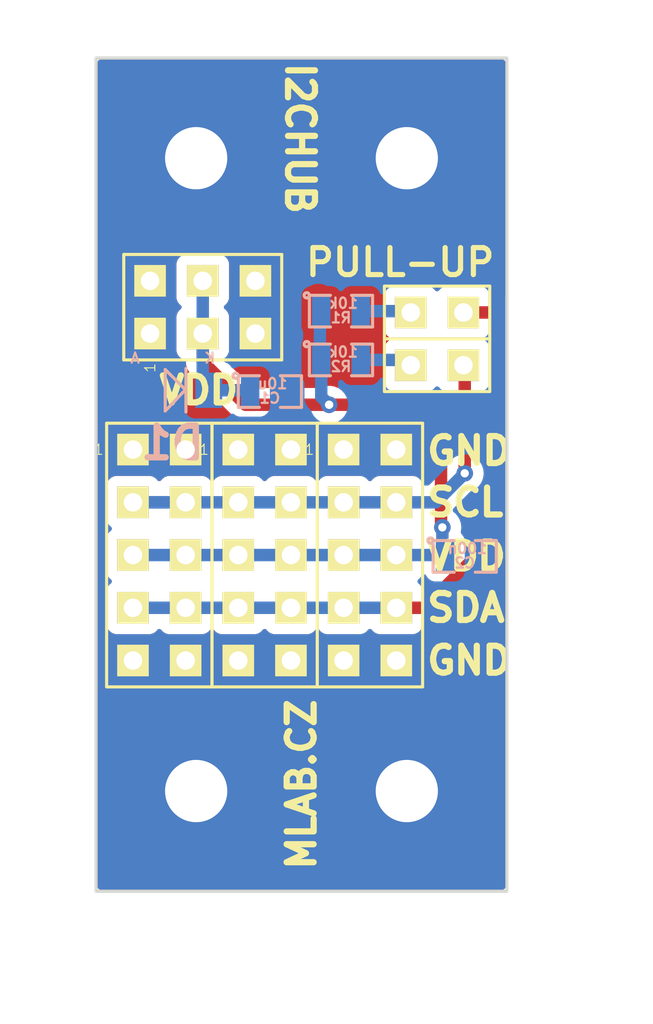
<source format=kicad_pcb>
(kicad_pcb (version 20221018) (generator pcbnew)
  (layers (0 "F.Cu" signal) (31 "B.Cu" signal) (34 "B.Paste" user) (35 "F.Paste" user) (36 "B.SilkS" user "B.Silkscreen") (37 "F.SilkS" user "F.Silkscreen") (38 "B.Mask" user) (39 "F.Mask" user) (44 "Edge.Cuts" user))
  (net 0 "")
  (net 1 "VCC")
  (net 2 "GND")
  (net 3 "/SCL")
  (net 4 "/SDA")
  (net 5 "Net-(J5-Pad1)")
  (net 6 "Net-(J6-Pad1)")
  (footprint "Mlab_Pin_Headers:Straight_2x03" (layer "F.Cu") (at 5.3975 -28.3845 90)
    (fp_text reference "J1" hide)
    (fp_text value "JUMP_3X2" hide)
    (fp_text user "1" (at -2.921 -2.54 90) (layer "F.SilkS") (effects (font (size 0.5 0.5) (thickness 0.05))))
    (fp_line (start -2.54 -3.81) (end 2.54 -3.81) (stroke (width 0.15)) (layer "F.SilkS"))
    (fp_line (start -2.54 3.81) (end -2.54 -3.81) (stroke (width 0.15)) (layer "F.SilkS"))
    (fp_line (start 2.54 -3.81) (end 2.54 3.81) (stroke (width 0.15)) (layer "F.SilkS"))
    (fp_line (start 2.54 3.81) (end -2.54 3.81) (stroke (width 0.15)) (layer "F.SilkS"))
    (pad "1" thru_hole rect (at -1.27 -2.54 90) (size 1.524 1.524) (drill 0.889) (layers "*.Cu" "*.Mask" "F.SilkS") (net 2 "GND"))
    (pad "2" thru_hole rect (at 1.27 -2.54 90) (size 1.524 1.524) (drill 0.889) (layers "*.Cu" "*.Mask" "F.SilkS") (net 2 "GND"))
    (pad "3" thru_hole rect (at -1.27 0 90) (size 1.524 1.524) (drill 0.889) (layers "*.Cu" "*.Mask" "F.SilkS") (net 1 "VCC"))
    (pad "4" thru_hole rect (at 1.27 0 90) (size 1.524 1.524) (drill 0.889) (layers "*.Cu" "*.Mask" "F.SilkS") (net 1 "VCC"))
    (pad "5" thru_hole rect (at -1.27 2.54 90) (size 1.524 1.524) (drill 0.889) (layers "*.Cu" "*.Mask" "F.SilkS") (net 2 "GND"))
    (pad "6" thru_hole rect (at 1.27 2.54 90) (size 1.524 1.524) (drill 0.889) (layers "*.Cu" "*.Mask" "F.SilkS") (net 2 "GND"))
  )
  (footprint "Mlab_Pin_Headers:Straight_2x05" (layer "F.Cu") (at 13.462 -16.4465)
    (fp_text reference "J2" hide)
    (fp_text value "JUMP_5X2" hide)
    (fp_text user "1" (at -2.921 -5.08) (layer "F.SilkS") (effects (font (size 0.5 0.5) (thickness 0.05))))
    (fp_line (start -2.54 -6.35) (end 2.54 -6.35) (stroke (width 0.15)) (layer "F.SilkS"))
    (fp_line (start -2.54 6.35) (end -2.54 -6.35) (stroke (width 0.15)) (layer "F.SilkS"))
    (fp_line (start 2.54 -6.35) (end 2.54 6.35) (stroke (width 0.15)) (layer "F.SilkS"))
    (fp_line (start 2.54 6.35) (end -2.54 6.35) (stroke (width 0.15)) (layer "F.SilkS"))
    (pad "1" thru_hole rect (at -1.27 -5.08) (size 1.524 1.524) (drill 0.889) (layers "*.Cu" "*.Mask" "F.SilkS") (net 2 "GND"))
    (pad "2" thru_hole rect (at 1.27 -5.08) (size 1.524 1.524) (drill 0.889) (layers "*.Cu" "*.Mask" "F.SilkS") (net 2 "GND"))
    (pad "3" thru_hole rect (at -1.27 -2.54) (size 1.524 1.524) (drill 0.889) (layers "*.Cu" "*.Mask" "F.SilkS") (net 3 "/SCL"))
    (pad "4" thru_hole rect (at 1.27 -2.54) (size 1.524 1.524) (drill 0.889) (layers "*.Cu" "*.Mask" "F.SilkS") (net 3 "/SCL"))
    (pad "5" thru_hole rect (at -1.27 0) (size 1.524 1.524) (drill 0.889) (layers "*.Cu" "*.Mask" "F.SilkS") (net 1 "VCC"))
    (pad "6" thru_hole rect (at 1.27 0) (size 1.524 1.524) (drill 0.889) (layers "*.Cu" "*.Mask" "F.SilkS") (net 1 "VCC"))
    (pad "7" thru_hole rect (at -1.27 2.54) (size 1.524 1.524) (drill 0.889) (layers "*.Cu" "*.Mask" "F.SilkS") (net 4 "/SDA"))
    (pad "8" thru_hole rect (at 1.27 2.54) (size 1.524 1.524) (drill 0.889) (layers "*.Cu" "*.Mask" "F.SilkS") (net 4 "/SDA"))
    (pad "9" thru_hole rect (at -1.27 5.08) (size 1.524 1.524) (drill 0.889) (layers "*.Cu" "*.Mask" "F.SilkS") (net 2 "GND"))
    (pad "10" thru_hole rect (at 1.27 5.08) (size 1.524 1.524) (drill 0.889) (layers "*.Cu" "*.Mask" "F.SilkS") (net 2 "GND"))
  )
  (footprint "Mlab_Pin_Headers:Straight_2x05" (layer "F.Cu") (at 8.382 -16.4465)
    (fp_text reference "J3" hide)
    (fp_text value "JUMP_5X2" hide)
    (fp_text user "1" (at -2.921 -5.08) (layer "F.SilkS") (effects (font (size 0.5 0.5) (thickness 0.05))))
    (fp_line (start -2.54 -6.35) (end 2.54 -6.35) (stroke (width 0.15)) (layer "F.SilkS"))
    (fp_line (start -2.54 6.35) (end -2.54 -6.35) (stroke (width 0.15)) (layer "F.SilkS"))
    (fp_line (start 2.54 -6.35) (end 2.54 6.35) (stroke (width 0.15)) (layer "F.SilkS"))
    (fp_line (start 2.54 6.35) (end -2.54 6.35) (stroke (width 0.15)) (layer "F.SilkS"))
    (pad "1" thru_hole rect (at -1.27 -5.08) (size 1.524 1.524) (drill 0.889) (layers "*.Cu" "*.Mask" "F.SilkS") (net 2 "GND"))
    (pad "2" thru_hole rect (at 1.27 -5.08) (size 1.524 1.524) (drill 0.889) (layers "*.Cu" "*.Mask" "F.SilkS") (net 2 "GND"))
    (pad "3" thru_hole rect (at -1.27 -2.54) (size 1.524 1.524) (drill 0.889) (layers "*.Cu" "*.Mask" "F.SilkS") (net 3 "/SCL"))
    (pad "4" thru_hole rect (at 1.27 -2.54) (size 1.524 1.524) (drill 0.889) (layers "*.Cu" "*.Mask" "F.SilkS") (net 3 "/SCL"))
    (pad "5" thru_hole rect (at -1.27 0) (size 1.524 1.524) (drill 0.889) (layers "*.Cu" "*.Mask" "F.SilkS") (net 1 "VCC"))
    (pad "6" thru_hole rect (at 1.27 0) (size 1.524 1.524) (drill 0.889) (layers "*.Cu" "*.Mask" "F.SilkS") (net 1 "VCC"))
    (pad "7" thru_hole rect (at -1.27 2.54) (size 1.524 1.524) (drill 0.889) (layers "*.Cu" "*.Mask" "F.SilkS") (net 4 "/SDA"))
    (pad "8" thru_hole rect (at 1.27 2.54) (size 1.524 1.524) (drill 0.889) (layers "*.Cu" "*.Mask" "F.SilkS") (net 4 "/SDA"))
    (pad "9" thru_hole rect (at -1.27 5.08) (size 1.524 1.524) (drill 0.889) (layers "*.Cu" "*.Mask" "F.SilkS") (net 2 "GND"))
    (pad "10" thru_hole rect (at 1.27 5.08) (size 1.524 1.524) (drill 0.889) (layers "*.Cu" "*.Mask" "F.SilkS") (net 2 "GND"))
  )
  (footprint "Mlab_Pin_Headers:Straight_2x05" (layer "F.Cu") (at 3.302 -16.4465)
    (fp_text reference "J4" hide)
    (fp_text value "JUMP_5X2" hide)
    (fp_text user "1" (at -2.921 -5.08) (layer "F.SilkS") (effects (font (size 0.5 0.5) (thickness 0.05))))
    (fp_line (start -2.54 -6.35) (end 2.54 -6.35) (stroke (width 0.15)) (layer "F.SilkS"))
    (fp_line (start -2.54 6.35) (end -2.54 -6.35) (stroke (width 0.15)) (layer "F.SilkS"))
    (fp_line (start 2.54 -6.35) (end 2.54 6.35) (stroke (width 0.15)) (layer "F.SilkS"))
    (fp_line (start 2.54 6.35) (end -2.54 6.35) (stroke (width 0.15)) (layer "F.SilkS"))
    (pad "1" thru_hole rect (at -1.27 -5.08) (size 1.524 1.524) (drill 0.889) (layers "*.Cu" "*.Mask" "F.SilkS") (net 2 "GND"))
    (pad "2" thru_hole rect (at 1.27 -5.08) (size 1.524 1.524) (drill 0.889) (layers "*.Cu" "*.Mask" "F.SilkS") (net 2 "GND"))
    (pad "3" thru_hole rect (at -1.27 -2.54) (size 1.524 1.524) (drill 0.889) (layers "*.Cu" "*.Mask" "F.SilkS") (net 3 "/SCL"))
    (pad "4" thru_hole rect (at 1.27 -2.54) (size 1.524 1.524) (drill 0.889) (layers "*.Cu" "*.Mask" "F.SilkS") (net 3 "/SCL"))
    (pad "5" thru_hole rect (at -1.27 0) (size 1.524 1.524) (drill 0.889) (layers "*.Cu" "*.Mask" "F.SilkS") (net 1 "VCC"))
    (pad "6" thru_hole rect (at 1.27 0) (size 1.524 1.524) (drill 0.889) (layers "*.Cu" "*.Mask" "F.SilkS") (net 1 "VCC"))
    (pad "7" thru_hole rect (at -1.27 2.54) (size 1.524 1.524) (drill 0.889) (layers "*.Cu" "*.Mask" "F.SilkS") (net 4 "/SDA"))
    (pad "8" thru_hole rect (at 1.27 2.54) (size 1.524 1.524) (drill 0.889) (layers "*.Cu" "*.Mask" "F.SilkS") (net 4 "/SDA"))
    (pad "9" thru_hole rect (at -1.27 5.08) (size 1.524 1.524) (drill 0.889) (layers "*.Cu" "*.Mask" "F.SilkS") (net 2 "GND"))
    (pad "10" thru_hole rect (at 1.27 5.08) (size 1.524 1.524) (drill 0.889) (layers "*.Cu" "*.Mask" "F.SilkS") (net 2 "GND"))
  )
  (footprint "Mlab_Pin_Headers:Straight_1x02" (layer "F.Cu") (at 16.7005 -28.1305 90)
    (fp_text reference "J5" hide)
    (fp_text value "CONN_2" hide)
    (fp_line (start -1.27 -2.54) (end 1.27 -2.54) (stroke (width 0.15)) (layer "F.SilkS"))
    (fp_line (start -1.27 2.54) (end -1.27 -2.54) (stroke (width 0.15)) (layer "F.SilkS"))
    (fp_line (start 1.27 -2.54) (end 1.27 2.54) (stroke (width 0.15)) (layer "F.SilkS"))
    (fp_line (start 1.27 2.54) (end -1.27 2.54) (stroke (width 0.15)) (layer "F.SilkS"))
    (pad "1" thru_hole rect (at 0 -1.27 90) (size 1.524 1.524) (drill 0.889) (layers "*.Cu" "*.Mask" "F.SilkS") (net 5 "Net-(J5-Pad1)"))
    (pad "2" thru_hole rect (at 0 1.27 90) (size 1.524 1.524) (drill 0.889) (layers "*.Cu" "*.Mask" "F.SilkS") (net 4 "/SDA"))
  )
  (footprint "Mlab_Pin_Headers:Straight_1x02" (layer "F.Cu") (at 16.7005 -25.5905 90)
    (fp_text reference "J6" hide)
    (fp_text value "CONN_2" hide)
    (fp_line (start -1.27 -2.54) (end 1.27 -2.54) (stroke (width 0.15)) (layer "F.SilkS"))
    (fp_line (start -1.27 2.54) (end -1.27 -2.54) (stroke (width 0.15)) (layer "F.SilkS"))
    (fp_line (start 1.27 -2.54) (end 1.27 2.54) (stroke (width 0.15)) (layer "F.SilkS"))
    (fp_line (start 1.27 2.54) (end -1.27 2.54) (stroke (width 0.15)) (layer "F.SilkS"))
    (pad "1" thru_hole rect (at 0 -1.27 90) (size 1.524 1.524) (drill 0.889) (layers "*.Cu" "*.Mask" "F.SilkS") (net 6 "Net-(J6-Pad1)"))
    (pad "2" thru_hole rect (at 0 1.27 90) (size 1.524 1.524) (drill 0.889) (layers "*.Cu" "*.Mask" "F.SilkS") (net 3 "/SCL"))
  )
  (footprint "Mlab_Mechanical:MountingHole_3mm" (layer "F.Cu") (at 5.08 -35.56)
    (fp_text reference "M1" hide)
    (fp_text value "HOLE" hide)
    (pad "1" thru_hole circle (at 0 0) (size 6 6) (drill 3) (layers "*.Cu" "*.Adhes" "*.Mask") (net 2 "GND") (clearance 1))
  )
  (footprint "Mlab_Mechanical:MountingHole_3mm" (layer "F.Cu") (at 15.24 -35.56)
    (fp_text reference "M2" hide)
    (fp_text value "HOLE" hide)
    (pad "1" thru_hole circle (at 0 0) (size 6 6) (drill 3) (layers "*.Cu" "*.Adhes" "*.Mask") (net 2 "GND") (clearance 1))
  )
  (footprint "Mlab_Mechanical:MountingHole_3mm" (layer "F.Cu") (at 15.24 -5.08)
    (fp_text reference "M3" hide)
    (fp_text value "HOLE" hide)
    (pad "1" thru_hole circle (at 0 0) (size 6 6) (drill 3) (layers "*.Cu" "*.Adhes" "*.Mask") (net 2 "GND") (clearance 1))
  )
  (footprint "Mlab_Mechanical:MountingHole_3mm" (layer "F.Cu") (at 5.08 -5.08)
    (fp_text reference "M4" hide)
    (fp_text value "HOLE" hide)
    (pad "1" thru_hole circle (at 0 0) (size 6 6) (drill 3) (layers "*.Cu" "*.Adhes" "*.Mask") (net 2 "GND") (clearance 1))
  )
  (footprint "Mlab_R:SMD-0805" (layer "B.Cu") (at 8.636 -24.3205)
    (fp_text reference "C1" (at 0 0.3175) (layer "B.SilkS") (effects (font (size 0.50038 0.50038) (thickness 0.10922)) (justify mirror)))
    (fp_text value "10u" (at 0.127 -0.381) (layer "B.SilkS") (effects (font (size 0.50038 0.50038) (thickness 0.10922)) (justify mirror)))
    (fp_line (start -1.524 -0.762) (end -1.524 0.762) (stroke (width 0.15)) (layer "B.SilkS"))
    (fp_line (start -1.524 0.762) (end -0.508 0.762) (stroke (width 0.15)) (layer "B.SilkS"))
    (fp_line (start -0.508 -0.762) (end -1.524 -0.762) (stroke (width 0.15)) (layer "B.SilkS"))
    (fp_line (start 0.508 0.762) (end 1.524 0.762) (stroke (width 0.15)) (layer "B.SilkS"))
    (fp_line (start 1.524 -0.762) (end 0.508 -0.762) (stroke (width 0.15)) (layer "B.SilkS"))
    (fp_line (start 1.524 0.762) (end 1.524 -0.762) (stroke (width 0.15)) (layer "B.SilkS"))
    (fp_circle (center -1.651 -0.762) (end -1.651 -0.635) (stroke (width 0.15)) (fill none) (layer "B.SilkS"))
    (pad "1" smd rect (at -0.9525 0) (size 0.889 1.397) (layers "B.Cu" "B.Paste" "B.Mask") (net 1 "VCC"))
    (pad "2" smd rect (at 0.9525 0) (size 0.889 1.397) (layers "B.Cu" "B.Paste" "B.Mask") (net 2 "GND"))
  )
  (footprint "Mlab_R:SMD-0805" (layer "B.Cu") (at 18.034 -16.383)
    (fp_text reference "C2" (at 0 0.3175) (layer "B.SilkS") (effects (font (size 0.50038 0.50038) (thickness 0.10922)) (justify mirror)))
    (fp_text value "100n" (at 0.127 -0.381) (layer "B.SilkS") (effects (font (size 0.50038 0.50038) (thickness 0.10922)) (justify mirror)))
    (fp_line (start -1.524 -0.762) (end -1.524 0.762) (stroke (width 0.15)) (layer "B.SilkS"))
    (fp_line (start -1.524 0.762) (end -0.508 0.762) (stroke (width 0.15)) (layer "B.SilkS"))
    (fp_line (start -0.508 -0.762) (end -1.524 -0.762) (stroke (width 0.15)) (layer "B.SilkS"))
    (fp_line (start 0.508 0.762) (end 1.524 0.762) (stroke (width 0.15)) (layer "B.SilkS"))
    (fp_line (start 1.524 -0.762) (end 0.508 -0.762) (stroke (width 0.15)) (layer "B.SilkS"))
    (fp_line (start 1.524 0.762) (end 1.524 -0.762) (stroke (width 0.15)) (layer "B.SilkS"))
    (fp_circle (center -1.651 -0.762) (end -1.651 -0.635) (stroke (width 0.15)) (fill none) (layer "B.SilkS"))
    (pad "1" smd rect (at -0.9525 0) (size 0.889 1.397) (layers "B.Cu" "B.Paste" "B.Mask") (net 1 "VCC"))
    (pad "2" smd rect (at 0.9525 0) (size 0.889 1.397) (layers "B.Cu" "B.Paste" "B.Mask") (net 2 "GND"))
  )
  (footprint "Mlab_D:Diode-MiniMELF_Standard" (layer "B.Cu") (at 3.937 -24.384)
    (fp_text reference "D1" (at 0 2.54) (layer "B.SilkS") (effects (font (size 1.524 1.524) (thickness 0.3048)) (justify mirror)))
    (fp_text value "BZV55C" hide)
    (fp_text user "K" (at 1.80086 -1.5494) (layer "B.SilkS") (effects (font (size 0.50038 0.50038) (thickness 0.09906)) (justify mirror)))
    (fp_text user "A" (at -1.80086 -1.5494) (layer "B.SilkS") (effects (font (size 0.50038 0.50038) (thickness 0.09906)) (justify mirror)))
    (fp_line (start -0.35052 -1.00076) (end 0.65024 0) (stroke (width 0.15)) (layer "B.SilkS"))
    (fp_line (start -0.35052 1.00076) (end -0.35052 -1.00076) (stroke (width 0.15)) (layer "B.SilkS"))
    (fp_line (start 0.65024 -0.0508) (end -0.35052 1.00076) (stroke (width 0.15)) (layer "B.SilkS"))
    (fp_line (start 0.65024 1.04902) (end 0.65024 -1.04902) (stroke (width 0.15)) (layer "B.SilkS"))
    (pad "1" smd rect (at -1.75006 0) (size 1.30048 1.69926) (layers "B.Cu" "B.Paste" "B.Mask") (net 2 "GND"))
    (pad "2" smd rect (at 1.75006 0) (size 1.30048 1.69926) (layers "B.Cu" "B.Paste" "B.Mask") (net 1 "VCC"))
  )
  (footprint "Mlab_R:SMD-0805" (layer "B.Cu") (at 12.065 -28.194)
    (fp_text reference "R1" (at 0 0.3175) (layer "B.SilkS") (effects (font (size 0.50038 0.50038) (thickness 0.10922)) (justify mirror)))
    (fp_text value "10k" (at 0.127 -0.381) (layer "B.SilkS") (effects (font (size 0.50038 0.50038) (thickness 0.10922)) (justify mirror)))
    (fp_line (start -1.524 -0.762) (end -1.524 0.762) (stroke (width 0.15)) (layer "B.SilkS"))
    (fp_line (start -1.524 0.762) (end -0.508 0.762) (stroke (width 0.15)) (layer "B.SilkS"))
    (fp_line (start -0.508 -0.762) (end -1.524 -0.762) (stroke (width 0.15)) (layer "B.SilkS"))
    (fp_line (start 0.508 0.762) (end 1.524 0.762) (stroke (width 0.15)) (layer "B.SilkS"))
    (fp_line (start 1.524 -0.762) (end 0.508 -0.762) (stroke (width 0.15)) (layer "B.SilkS"))
    (fp_line (start 1.524 0.762) (end 1.524 -0.762) (stroke (width 0.15)) (layer "B.SilkS"))
    (fp_circle (center -1.651 -0.762) (end -1.651 -0.635) (stroke (width 0.15)) (fill none) (layer "B.SilkS"))
    (pad "1" smd rect (at -0.9525 0) (size 0.889 1.397) (layers "B.Cu" "B.Paste" "B.Mask") (net 1 "VCC"))
    (pad "2" smd rect (at 0.9525 0) (size 0.889 1.397) (layers "B.Cu" "B.Paste" "B.Mask") (net 5 "Net-(J5-Pad1)"))
  )
  (footprint "Mlab_R:SMD-0805" (layer "B.Cu") (at 12.065 -25.8445)
    (fp_text reference "R2" (at 0 0.3175) (layer "B.SilkS") (effects (font (size 0.50038 0.50038) (thickness 0.10922)) (justify mirror)))
    (fp_text value "10k" (at 0.127 -0.381) (layer "B.SilkS") (effects (font (size 0.50038 0.50038) (thickness 0.10922)) (justify mirror)))
    (fp_line (start -1.524 -0.762) (end -1.524 0.762) (stroke (width 0.15)) (layer "B.SilkS"))
    (fp_line (start -1.524 0.762) (end -0.508 0.762) (stroke (width 0.15)) (layer "B.SilkS"))
    (fp_line (start -0.508 -0.762) (end -1.524 -0.762) (stroke (width 0.15)) (layer "B.SilkS"))
    (fp_line (start 0.508 0.762) (end 1.524 0.762) (stroke (width 0.15)) (layer "B.SilkS"))
    (fp_line (start 1.524 -0.762) (end 0.508 -0.762) (stroke (width 0.15)) (layer "B.SilkS"))
    (fp_line (start 1.524 0.762) (end 1.524 -0.762) (stroke (width 0.15)) (layer "B.SilkS"))
    (fp_circle (center -1.651 -0.762) (end -1.651 -0.635) (stroke (width 0.15)) (fill none) (layer "B.SilkS"))
    (pad "1" smd rect (at -0.9525 0) (size 0.889 1.397) (layers "B.Cu" "B.Paste" "B.Mask") (net 1 "VCC"))
    (pad "2" smd rect (at 0.9525 0) (size 0.889 1.397) (layers "B.Cu" "B.Paste" "B.Mask") (net 6 "Net-(J6-Pad1)"))
  )
  (gr_line (start 20.066 -40.386) (end 20.066 -0.254) (stroke (width 0.15)) (layer "Edge.Cuts"))
  (gr_line (start 0.254 -0.254) (end 0.254 -40.386) (stroke (width 0.15)) (layer "Edge.Cuts"))
  (gr_line (start 0.254 -0.254) (end 20.066 -0.254) (stroke (width 0.15)) (layer "Edge.Cuts"))
  (gr_line (start 0.254 -40.386) (end 20.066 -40.386) (stroke (width 0.15)) (layer "Edge.Cuts"))
  (gr_text "GND" (at 16.0655 -11.3665) (layer "F.SilkS") (effects (font (size 1.3 1.3) (thickness 0.3)) (justify left)))
  (gr_text "MLAB.CZ" (at 10.16 -5.3975 90) (layer "F.SilkS") (effects (font (size 1.3 1.3) (thickness 0.3))))
  (gr_text "GND" (at 16.0655 -21.463) (layer "F.SilkS") (effects (font (size 1.3 1.3) (thickness 0.3)) (justify left)))
  (gr_text "SCL" (at 16.0655 -18.9865) (layer "F.SilkS") (effects (font (size 1.3 1.3) (thickness 0.3)) (justify left)))
  (gr_text "VDD" (at 5.207 -24.384) (layer "F.SilkS") (effects (font (size 1.3 1.3) (thickness 0.3))))
  (gr_text "I2CHUB" (at 10.0965 -36.5125 270) (layer "F.SilkS") (effects (font (size 1.3 1.3) (thickness 0.3))))
  (gr_text "VDD" (at 16.0655 -16.383) (layer "F.SilkS") (effects (font (size 1.3 1.3) (thickness 0.3)) (justify left)))
  (gr_text "PULL-UP" (at 14.9225 -30.5435) (layer "F.SilkS") (effects (font (size 1.3 1.3) (thickness 0.25))))
  (gr_text "SDA" (at 16.0655 -13.9065) (layer "F.SilkS") (effects (font (size 1.3 1.3) (thickness 0.3)) (justify left)))
  (segment (start 14.997002 -23.6855) (end 16.3195 -23.6855) (width 0.6) (layer "F.Cu") (net 1))
  (segment (start 16.891 -17.8435) (end 16.9545 -17.78) (width 0.6) (layer "F.Cu") (net 1))
  (segment (start 11.4935 -23.6855) (end 14.997002 -23.6855) (width 0.6) (layer "F.Cu") (net 1))
  (segment (start 16.891 -23.114) (end 16.891 -17.8435) (width 0.6) (layer "F.Cu") (net 1))
  (segment (start 16.3195 -23.6855) (end 16.891 -23.114) (width 0.6) (layer "F.Cu") (net 1))
  (segment (start 5.3975 -25.7525) (end 5.3975 -27.1145) (width 0.6) (layer "F.Cu") (net 1))
  (segment (start 7.4645 -23.6855) (end 5.3975 -25.7525) (width 0.6) (layer "F.Cu") (net 1))
  (segment (start 11.4935 -23.6855) (end 7.4645 -23.6855) (width 0.6) (layer "F.Cu") (net 1))
  (via (at 16.9545 -17.78) (size 0.8) (drill 0.4) (layers "F.Cu" "B.Cu") (net 1))
  (via (at 11.4935 -23.6855) (size 0.8) (drill 0.4) (layers "F.Cu" "B.Cu") (net 1))
  (via (at 11.4935 -23.6855) (size 0.8) (drill 0.4) (layers "F.Cu" "B.Cu") (net 1))
  (segment (start 5.3975 -24.67356) (end 5.68706 -24.384) (width 0.6) (layer "B.Cu") (net 1))
  (segment (start 10.9855 -28.702) (end 11.049 -28.6385) (width 0.6) (layer "B.Cu") (net 1))
  (segment (start 14.732 -16.4465) (end 17.018 -16.4465) (width 0.6) (layer "B.Cu") (net 1))
  (segment (start 11.1125 -24.0665) (end 11.4935 -23.6855) (width 0.6) (layer "B.Cu") (net 1))
  (segment (start 12.192 -16.4465) (end 14.732 -16.4465) (width 0.5) (layer "B.Cu") (net 1))
  (segment (start 7.112 -16.4465) (end 8.001 -16.4465) (width 0.5) (layer "B.Cu") (net 1))
  (segment (start 16.891 -16.5735) (end 17.0815 -16.383) (width 0.6) (layer "B.Cu") (net 1))
  (segment (start 4.572 -16.4465) (end 8.001 -16.4465) (width 0.6) (layer "B.Cu") (net 1))
  (segment (start 2.032 -16.4465) (end 4.572 -16.4465) (width 0.6) (layer "B.Cu") (net 1))
  (segment (start 11.1125 -25.8445) (end 11.1125 -24.0665) (width 0.6) (layer "B.Cu") (net 1))
  (segment (start 5.3975 -27.1145) (end 5.3975 -24.67356) (width 0.6) (layer "B.Cu") (net 1))
  (segment (start 7.62 -24.384) (end 7.6835 -24.3205) (width 0.6) (layer "B.Cu") (net 1))
  (segment (start 16.9545 -17.78) (end 16.9545 -16.51) (width 0.6) (layer "B.Cu") (net 1))
  (segment (start 17.018 -16.4465) (end 17.0815 -16.383) (width 0.6) (layer "B.Cu") (net 1))
  (segment (start 11.049 -28.6385) (end 11.049 -26.2255) (width 0.6) (layer "B.Cu") (net 1))
  (segment (start 5.68706 -24.384) (end 7.62 -24.384) (width 0.6) (layer "B.Cu") (net 1))
  (segment (start 8.001 -16.4465) (end 9.652 -16.4465) (width 0.5) (layer "B.Cu") (net 1))
  (segment (start 4.572 -16.4465) (end 7.112 -16.4465) (width 0.5) (layer "B.Cu") (net 1))
  (segment (start 16.9545 -16.51) (end 17.0815 -16.383) (width 0.6) (layer "B.Cu") (net 1))
  (segment (start 9.652 -16.4465) (end 12.192 -16.4465) (width 0.5) (layer "B.Cu") (net 1))
  (segment (start 5.3975 -29.6545) (end 5.3975 -27.1145) (width 0.6) (layer "B.Cu") (net 1))
  (segment (start 7.112 -16.4465) (end 14.732 -16.4465) (width 0.6) (layer "B.Cu") (net 1))
  (segment (start 17.907 -25.527) (end 17.9705 -25.5905) (width 0.6) (layer "F.Cu") (net 3))
  (segment (start 18.034 -25.527) (end 17.9705 -25.5905) (width 0.6) (layer "F.Cu") (net 3))
  (segment (start 18.034 -20.3835) (end 18.034 -25.527) (width 0.6) (layer "F.Cu") (net 3))
  (via (at 18.034 -20.3835) (size 0.8) (drill 0.4) (layers "F.Cu" "B.Cu") (net 3))
  (segment (start 4.572 -18.9865) (end 7.112 -18.9865) (width 0.6) (layer "B.Cu") (net 3))
  (segment (start 16.637 -18.9865) (end 18.034 -20.3835) (width 0.6) (layer "B.Cu") (net 3))
  (segment (start 7.112 -18.9865) (end 9.652 -18.9865) (width 0.6) (layer "B.Cu") (net 3))
  (segment (start 2.032 -18.9865) (end 4.572 -18.9865) (width 0.6) (layer "B.Cu") (net 3))
  (segment (start 14.732 -18.9865) (end 12.192 -18.9865) (width 0.6) (layer "B.Cu") (net 3))
  (segment (start 2.032 -18.9865) (end 3.683 -18.9865) (width 0.6) (layer "B.Cu") (net 3))
  (segment (start 14.732 -18.9865) (end 16.637 -18.9865) (width 0.6) (layer "B.Cu") (net 3))
  (segment (start 3.683 -18.9865) (end 4.572 -18.9865) (width 0.5) (layer "B.Cu") (net 3))
  (segment (start 9.652 -18.9865) (end 12.192 -18.9865) (width 0.6) (layer "B.Cu") (net 3))
  (segment (start 19.4945 -17.307) (end 16.094 -13.9065) (width 0.6) (layer "F.Cu") (net 4))
  (segment (start 19.4945 -27.9685) (end 19.4945 -17.307) (width 0.6) (layer "F.Cu") (net 4))
  (segment (start 19.3325 -28.1305) (end 19.4945 -27.9685) (width 0.6) (layer "F.Cu") (net 4))
  (segment (start 16.094 -13.9065) (end 14.732 -13.9065) (width 0.6) (layer "F.Cu") (net 4))
  (segment (start 17.9705 -28.1305) (end 19.3325 -28.1305) (width 0.6) (layer "F.Cu") (net 4))
  (segment (start 4.572 -13.9065) (end 7.112 -13.9065) (width 0.5) (layer "B.Cu") (net 4))
  (segment (start 2.032 -13.9065) (end 4.572 -13.9065) (width 0.5) (layer "B.Cu") (net 4))
  (segment (start 12.192 -13.9065) (end 14.732 -13.9065) (width 0.5) (layer "B.Cu") (net 4))
  (segment (start 7.112 -13.9065) (end 9.652 -13.9065) (width 0.5) (layer "B.Cu") (net 4))
  (segment (start 9.652 -13.9065) (end 12.192 -13.9065) (width 0.5) (layer "B.Cu") (net 4))
  (segment (start 2.032 -13.9065) (end 14.732 -13.9065) (width 0.6) (layer "B.Cu") (net 4))
  (segment (start 13.0175 -28.194) (end 15.367 -28.194) (width 0.6) (layer "B.Cu") (net 5))
  (segment (start 15.367 -28.194) (end 15.4305 -28.1305) (width 0.6) (layer "B.Cu") (net 5))
  (segment (start 15.1765 -25.8445) (end 15.4305 -25.5905) (width 0.6) (layer "B.Cu") (net 6))
  (segment (start 13.0175 -25.8445) (end 15.1765 -25.8445) (width 0.6) (layer "B.Cu") (net 6))
  (zone (net 2) (net_name "GND") (layer "F.Cu") (connect_pads yes (clearance 0.508)) (min_thickness 0.254) (fill yes (thermal_gap 0.508) (thermal_bridge_width 0.508))
    (polygon (pts (xy -2.7305 -42.799) (xy 23.8125 -43.18) (xy 27.1145 3.6195) (xy -4.3815 6.1595) (xy -2.794 -42.8625)))
  )
  (zone (net 2) (net_name "GND") (layer "B.Cu") (connect_pads yes (clearance 0.508)) (min_thickness 0.254) (fill yes (thermal_gap 0.508) (thermal_bridge_width 0.508))
    (polygon (pts (xy -1.2065 -41.148) (xy 21.844 -41.021) (xy 24.638 2.667) (xy -3.683 2.667)))
  )
)
</source>
